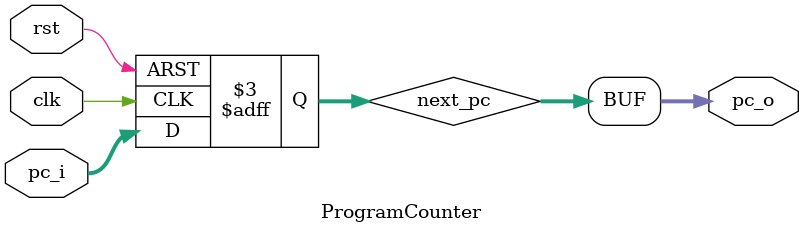
<source format=sv>
module ProgramCounter(
    input clk,
    input rst,
    input [31:0] pc_i,
    output [31:0] pc_o
);

    reg [31:0] next_pc;
    always @(posedge clk, negedge rst) begin
        if (~rst) begin
            next_pc = 0;
        end else
            next_pc <= pc_i;
    end

    assign pc_o = next_pc;

endmodule

</source>
